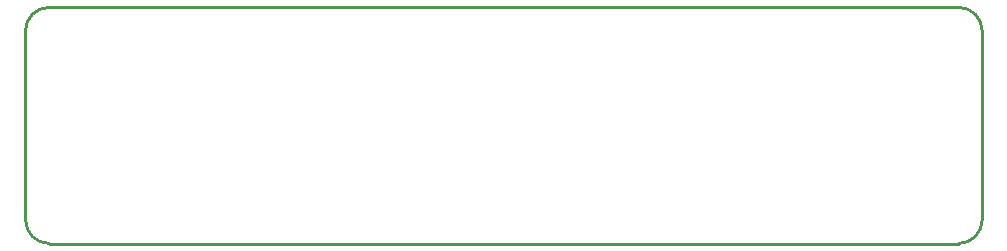
<source format=gko>
G04 Layer: BoardOutlineLayer*
G04 EasyEDA v6.5.29, 2023-07-07 16:20:56*
G04 d9f499156d004e84aee0404722c7e58c,63a96235fadc4189ab89c93b90d034ab,10*
G04 Gerber Generator version 0.2*
G04 Scale: 100 percent, Rotated: No, Reflected: No *
G04 Dimensions in millimeters *
G04 leading zeros omitted , absolute positions ,4 integer and 5 decimal *
%FSLAX45Y45*%
%MOMM*%

%ADD10C,0.2540*%
D10*
X-779998Y6999986D02*
G01*
X-8479983Y6999986D01*
X-8679982Y7199985D02*
G01*
X-8679982Y8799982D01*
X-579998Y8799982D02*
G01*
X-579998Y7199985D01*
X-8479983Y8999981D02*
G01*
X-779998Y8999981D01*
G75*
G01*
X-779998Y8999982D02*
G02*
X-579999Y8799982I0J-200000D01*
G75*
G01*
X-579999Y7199986D02*
G02*
X-779998Y6999986I-199999J0D01*
G75*
G01*
X-8479983Y6999986D02*
G02*
X-8679983Y7199986I0J200000D01*
G75*
G01*
X-8679983Y8799982D02*
G02*
X-8479983Y8999982I200000J0D01*

%LPD*%
M02*

</source>
